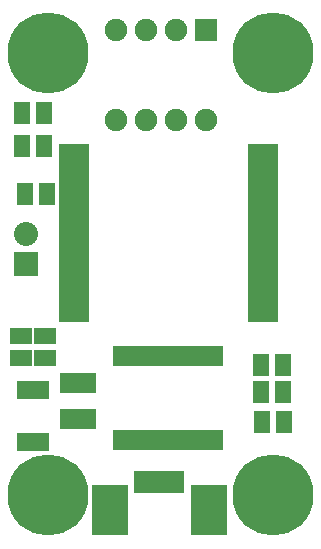
<source format=gts>
G04 (created by PCBNEW-RS274X (2011-05-25)-stable) date Sun 26 Aug 2012 04:21:28 PM EDT*
G01*
G70*
G90*
%MOIN*%
G04 Gerber Fmt 3.4, Leading zero omitted, Abs format*
%FSLAX34Y34*%
G04 APERTURE LIST*
%ADD10C,0.006000*%
%ADD11R,0.055000X0.075000*%
%ADD12C,0.270000*%
%ADD13R,0.120000X0.070000*%
%ADD14R,0.118400X0.169600*%
%ADD15R,0.039700X0.075100*%
%ADD16R,0.075000X0.075000*%
%ADD17C,0.075000*%
%ADD18R,0.098700X0.059400*%
%ADD19R,0.036000X0.070000*%
%ADD20R,0.075000X0.055000*%
%ADD21R,0.080000X0.080000*%
%ADD22C,0.080000*%
%ADD23R,0.030600X0.059400*%
G04 APERTURE END LIST*
G54D10*
G54D11*
X51725Y-34200D03*
X52475Y-34200D03*
G54D12*
X52500Y-29500D03*
X52500Y-44250D03*
X60000Y-29500D03*
X60000Y-44250D03*
G54D11*
X51625Y-31500D03*
X52375Y-31500D03*
G54D13*
X53500Y-41700D03*
X53500Y-40500D03*
G54D14*
X57854Y-44743D03*
X54546Y-44743D03*
G54D15*
X56830Y-43798D03*
X56515Y-43798D03*
X55570Y-43798D03*
X55885Y-43798D03*
X56200Y-43798D03*
G54D11*
X51625Y-32600D03*
X52375Y-32600D03*
G54D16*
X57750Y-28750D03*
G54D17*
X56750Y-28750D03*
X55750Y-28750D03*
X54750Y-28750D03*
X54750Y-31750D03*
X55750Y-31750D03*
X56750Y-31750D03*
X57750Y-31750D03*
G54D18*
X53350Y-32843D03*
X53350Y-33433D03*
X53350Y-34024D03*
X53350Y-34614D03*
X53350Y-35205D03*
X53350Y-35795D03*
X53350Y-36386D03*
X53350Y-36976D03*
X53350Y-37567D03*
X53350Y-38157D03*
X59650Y-38157D03*
X59650Y-37567D03*
X59650Y-36976D03*
X59650Y-36386D03*
X59650Y-35795D03*
X59650Y-35205D03*
X59650Y-34614D03*
X59650Y-34024D03*
X59650Y-33433D03*
X59650Y-32843D03*
G54D19*
X58150Y-39600D03*
X57900Y-39600D03*
X57640Y-39600D03*
X57380Y-39600D03*
X57130Y-39600D03*
X56870Y-39600D03*
X56610Y-39600D03*
X56360Y-39600D03*
X56100Y-39600D03*
X55850Y-39600D03*
X55590Y-39600D03*
X55330Y-39600D03*
X55080Y-39600D03*
X54820Y-39600D03*
X54820Y-42400D03*
X55080Y-42400D03*
X55320Y-42400D03*
X55590Y-42400D03*
X55850Y-42400D03*
X56100Y-42400D03*
X56360Y-42400D03*
X56610Y-42400D03*
X56870Y-42400D03*
X57130Y-42400D03*
X57380Y-42400D03*
X57640Y-42400D03*
X57900Y-42400D03*
X58150Y-42400D03*
G54D11*
X59625Y-41800D03*
X60375Y-41800D03*
X59585Y-39900D03*
X60335Y-39900D03*
X60335Y-40800D03*
X59585Y-40800D03*
G54D20*
X52400Y-39675D03*
X52400Y-38925D03*
X51600Y-39675D03*
X51600Y-38925D03*
G54D21*
X51760Y-36550D03*
G54D22*
X51760Y-35550D03*
G54D23*
X51600Y-42475D03*
X51800Y-42475D03*
X52000Y-42475D03*
X52200Y-42475D03*
X52400Y-42475D03*
X52400Y-40725D03*
X52200Y-40725D03*
X52000Y-40725D03*
X51800Y-40725D03*
X51600Y-40725D03*
M02*

</source>
